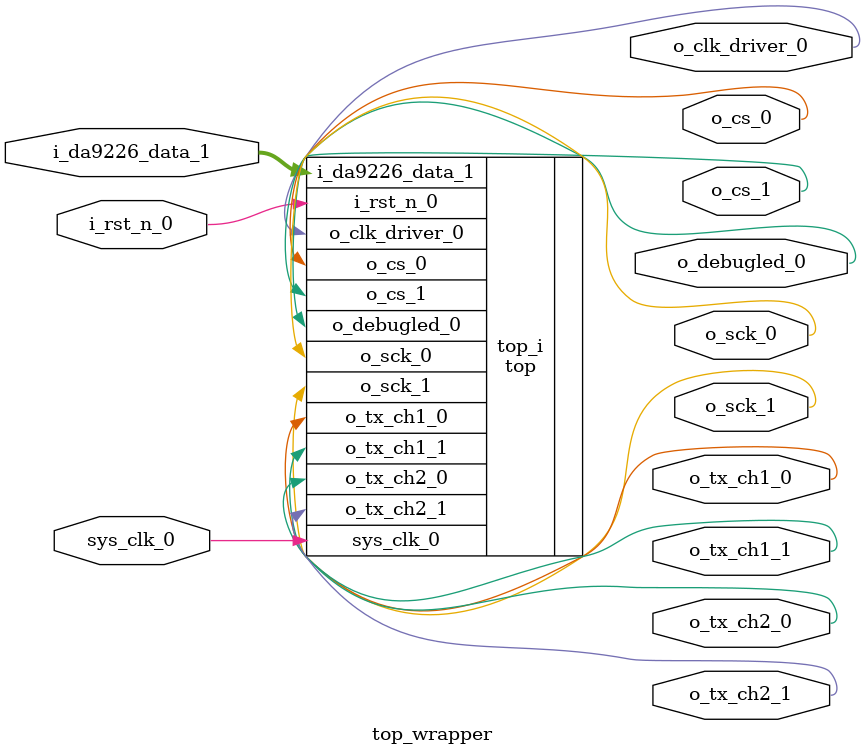
<source format=v>
`timescale 1 ps / 1 ps

module top_wrapper
   (i_da9226_data_1,
    i_rst_n_0,
    o_clk_driver_0,
    o_cs_0,
    o_cs_1,
    o_debugled_0,
    o_sck_0,
    o_sck_1,
    o_tx_ch1_0,
    o_tx_ch1_1,
    o_tx_ch2_0,
    o_tx_ch2_1,
    sys_clk_0);
  input [12:0]i_da9226_data_1;
  input i_rst_n_0;
  output o_clk_driver_0;
  output o_cs_0;
  output o_cs_1;
  output o_debugled_0;
  output o_sck_0;
  output o_sck_1;
  output o_tx_ch1_0;
  output o_tx_ch1_1;
  output o_tx_ch2_0;
  output o_tx_ch2_1;
  input sys_clk_0;

  wire [12:0]i_da9226_data_1;
  wire i_rst_n_0;
  wire o_clk_driver_0;
  wire o_cs_0;
  wire o_cs_1;
  wire o_debugled_0;
  wire o_sck_0;
  wire o_sck_1;
  wire o_tx_ch1_0;
  wire o_tx_ch1_1;
  wire o_tx_ch2_0;
  wire o_tx_ch2_1;
  wire sys_clk_0;

  top top_i
       (.i_da9226_data_1(i_da9226_data_1),
        .i_rst_n_0(i_rst_n_0),
        .o_clk_driver_0(o_clk_driver_0),
        .o_cs_0(o_cs_0),
        .o_cs_1(o_cs_1),
        .o_debugled_0(o_debugled_0),
        .o_sck_0(o_sck_0),
        .o_sck_1(o_sck_1),
        .o_tx_ch1_0(o_tx_ch1_0),
        .o_tx_ch1_1(o_tx_ch1_1),
        .o_tx_ch2_0(o_tx_ch2_0),
        .o_tx_ch2_1(o_tx_ch2_1),
        .sys_clk_0(sys_clk_0));
endmodule

</source>
